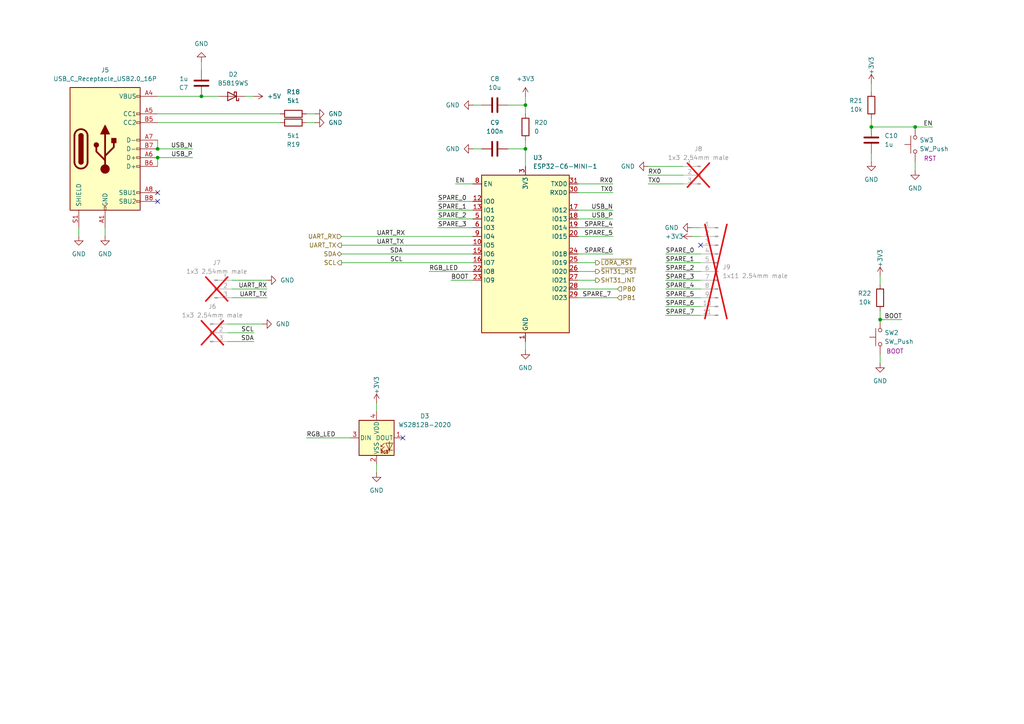
<source format=kicad_sch>
(kicad_sch (version 20231120) (generator "eeschema") (generator_version "8.0")
  (paper "A4")
  (lib_symbols
    (symbol "Connector:Conn_01x03_Pin" (pin_names (offset 1.016) hide)
      (property "Reference" "J" (at 0 5.08 0))
      (property "Value" "Conn_01x03_Pin" (at 0 -5.08 0))
      (symbol "Conn_01x03_Pin_1_1"
        (polyline (pts (xy 1.27 -2.54) (xy 0.8636 -2.54)) (stroke (width 0.1524)))
        (polyline (pts (xy 1.27 0) (xy 0.8636 0)) (stroke (width 0.1524)))
        (polyline (pts (xy 1.27 2.54) (xy 0.8636 2.54)) (stroke (width 0.1524)))
        (rectangle (start 0.8636 -2.413) (end 0 -2.667) (stroke (width 0.1524)) (fill (type outline)))
        (rectangle (start 0.8636 0.127) (end 0 -0.127) (stroke (width 0.1524)) (fill (type outline)))
        (rectangle (start 0.8636 2.667) (end 0 2.413) (stroke (width 0.1524)) (fill (type outline)))
        (pin passive line (at 5.08 2.54 180) (length 3.81) (name "Pin_1") (number "1"))
        (pin passive line (at 5.08 0 180) (length 3.81) (name "Pin_2") (number "2"))
        (pin passive line (at 5.08 -2.54 180) (length 3.81) (name "Pin_3") (number "3"))
      )
    )
    (symbol "Connector:Conn_01x11_Pin" (pin_names (offset 1.016) hide)
      (property "Reference" "J" (at 0 15.24 0))
      (property "Value" "Conn_01x11_Pin" (at 0 -15.24 0))
      (symbol "Conn_01x11_Pin_1_1"
        (polyline (pts (xy 1.27 -12.7) (xy 0.8636 -12.7)) (stroke (width 0.1524)))
        (polyline (pts (xy 1.27 -10.16) (xy 0.8636 -10.16)) (stroke (width 0.1524)))
        (polyline (pts (xy 1.27 -7.62) (xy 0.8636 -7.62)) (stroke (width 0.1524)))
        (polyline (pts (xy 1.27 -5.08) (xy 0.8636 -5.08)) (stroke (width 0.1524)))
        (polyline (pts (xy 1.27 -2.54) (xy 0.8636 -2.54)) (stroke (width 0.1524)))
        (polyline (pts (xy 1.27 0) (xy 0.8636 0)) (stroke (width 0.1524)))
        (polyline (pts (xy 1.27 2.54) (xy 0.8636 2.54)) (stroke (width 0.1524)))
        (polyline (pts (xy 1.27 5.08) (xy 0.8636 5.08)) (stroke (width 0.1524)))
        (polyline (pts (xy 1.27 7.62) (xy 0.8636 7.62)) (stroke (width 0.1524)))
        (polyline (pts (xy 1.27 10.16) (xy 0.8636 10.16)) (stroke (width 0.1524)))
        (polyline (pts (xy 1.27 12.7) (xy 0.8636 12.7)) (stroke (width 0.1524)))
        (rectangle (start 0.8636 -12.573) (end 0 -12.827) (stroke (width 0.1524)) (fill (type outline)))
        (rectangle (start 0.8636 -10.033) (end 0 -10.287) (stroke (width 0.1524)) (fill (type outline)))
        (rectangle (start 0.8636 -7.493) (end 0 -7.747) (stroke (width 0.1524)) (fill (type outline)))
        (rectangle (start 0.8636 -4.953) (end 0 -5.207) (stroke (width 0.1524)) (fill (type outline)))
        (rectangle (start 0.8636 -2.413) (end 0 -2.667) (stroke (width 0.1524)) (fill (type outline)))
        (rectangle (start 0.8636 0.127) (end 0 -0.127) (stroke (width 0.1524)) (fill (type outline)))
        (rectangle (start 0.8636 2.667) (end 0 2.413) (stroke (width 0.1524)) (fill (type outline)))
        (rectangle (start 0.8636 5.207) (end 0 4.953) (stroke (width 0.1524)) (fill (type outline)))
        (rectangle (start 0.8636 7.747) (end 0 7.493) (stroke (width 0.1524)) (fill (type outline)))
        (rectangle (start 0.8636 10.287) (end 0 10.033) (stroke (width 0.1524)) (fill (type outline)))
        (rectangle (start 0.8636 12.827) (end 0 12.573) (stroke (width 0.1524)) (fill (type outline)))
        (pin passive line (at 5.08 12.7 180) (length 3.81) (name "Pin_1") (number "1"))
        (pin passive line (at 5.08 -10.16 180) (length 3.81) (name "Pin_10") (number "10"))
        (pin passive line (at 5.08 -12.7 180) (length 3.81) (name "Pin_11") (number "11"))
        (pin passive line (at 5.08 10.16 180) (length 3.81) (name "Pin_2") (number "2"))
        (pin passive line (at 5.08 7.62 180) (length 3.81) (name "Pin_3") (number "3"))
        (pin passive line (at 5.08 5.08 180) (length 3.81) (name "Pin_4") (number "4"))
        (pin passive line (at 5.08 2.54 180) (length 3.81) (name "Pin_5") (number "5"))
        (pin passive line (at 5.08 0 180) (length 3.81) (name "Pin_6") (number "6"))
        (pin passive line (at 5.08 -2.54 180) (length 3.81) (name "Pin_7") (number "7"))
        (pin passive line (at 5.08 -5.08 180) (length 3.81) (name "Pin_8") (number "8"))
        (pin passive line (at 5.08 -7.62 180) (length 3.81) (name "Pin_9") (number "9"))
      )
    )
    (symbol "Connector:USB_C_Receptacle_USB2.0_16P" (pin_names (offset 1.016))
      (property "Reference" "J" (at 0 22.225 0))
      (property "Value" "USB_C_Receptacle_USB2.0_16P" (at 0 19.685 0))
      (symbol "USB_C_Receptacle_USB2.0_16P_0_0"
        (rectangle (start -0.254 -17.78) (end 0.254 -16.764))
        (rectangle (start 10.16 -14.986) (end 9.144 -15.494))
        (rectangle (start 10.16 -12.446) (end 9.144 -12.954))
        (rectangle (start 10.16 -4.826) (end 9.144 -5.334))
        (rectangle (start 10.16 -2.286) (end 9.144 -2.794))
        (rectangle (start 10.16 0.254) (end 9.144 -0.254))
        (rectangle (start 10.16 2.794) (end 9.144 2.286))
        (rectangle (start 10.16 7.874) (end 9.144 7.366))
        (rectangle (start 10.16 10.414) (end 9.144 9.906))
        (rectangle (start 10.16 15.494) (end 9.144 14.986))
      )
      (symbol "USB_C_Receptacle_USB2.0_16P_0_1"
        (rectangle (start -10.16 17.78) (end 10.16 -17.78) (stroke (width 0.254)) (fill (type background)))
        (arc (start -8.89 -3.81) (mid -6.985 -5.7067) (end -5.08 -3.81) (stroke (width 0.508)))
        (arc (start -7.62 -3.81) (mid -6.985 -4.4423) (end -6.35 -3.81) (stroke (width 0.254)))
        (arc (start -7.62 -3.81) (mid -6.985 -4.4423) (end -6.35 -3.81) (stroke (width 0.254)) (fill (type outline)))
        (rectangle (start -7.62 -3.81) (end -6.35 3.81) (stroke (width 0.254)) (fill (type outline)))
        (arc (start -6.35 3.81) (mid -6.985 4.4423) (end -7.62 3.81) (stroke (width 0.254)))
        (arc (start -6.35 3.81) (mid -6.985 4.4423) (end -7.62 3.81) (stroke (width 0.254)) (fill (type outline)))
        (arc (start -5.08 3.81) (mid -6.985 5.7067) (end -8.89 3.81) (stroke (width 0.508)))
        (circle (center -2.54 1.143) (radius 0.635) (stroke (width 0.254)) (fill (type outline)))
        (circle (center 0 -5.842) (radius 1.27) (fill (type outline)))
        (polyline (pts (xy -8.89 -3.81) (xy -8.89 3.81)) (stroke (width 0.508)))
        (polyline (pts (xy -5.08 3.81) (xy -5.08 -3.81)) (stroke (width 0.508)))
        (polyline (pts (xy 0 -5.842) (xy 0 4.318)) (stroke (width 0.508)))
        (polyline (pts (xy 0 -3.302) (xy -2.54 -0.762) (xy -2.54 0.508)) (stroke (width 0.508)))
        (polyline (pts (xy 0 -2.032) (xy 2.54 0.508) (xy 2.54 1.778)) (stroke (width 0.508)))
        (polyline (pts (xy -1.27 4.318) (xy 0 6.858) (xy 1.27 4.318) (xy -1.27 4.318)) (stroke (width 0.254)) (fill (type outline)))
        (rectangle (start 1.905 1.778) (end 3.175 3.048) (stroke (width 0.254)) (fill (type outline)))
      )
      (symbol "USB_C_Receptacle_USB2.0_16P_1_1"
        (pin passive line (at 0 -22.86 90) (length 5.08) (name "GND") (number "A1"))
        (pin passive line (at 0 -22.86 90) (length 5.08) hide (name "GND") (number "A12"))
        (pin passive line (at 15.24 15.24 180) (length 5.08) (name "VBUS") (number "A4"))
        (pin bidirectional line (at 15.24 10.16 180) (length 5.08) (name "CC1") (number "A5"))
        (pin bidirectional line (at 15.24 -2.54 180) (length 5.08) (name "D+") (number "A6"))
        (pin bidirectional line (at 15.24 2.54 180) (length 5.08) (name "D-") (number "A7"))
        (pin bidirectional line (at 15.24 -12.7 180) (length 5.08) (name "SBU1") (number "A8"))
        (pin passive line (at 15.24 15.24 180) (length 5.08) hide (name "VBUS") (number "A9"))
        (pin passive line (at 0 -22.86 90) (length 5.08) hide (name "GND") (number "B1"))
        (pin passive line (at 0 -22.86 90) (length 5.08) hide (name "GND") (number "B12"))
        (pin passive line (at 15.24 15.24 180) (length 5.08) hide (name "VBUS") (number "B4"))
        (pin bidirectional line (at 15.24 7.62 180) (length 5.08) (name "CC2") (number "B5"))
        (pin bidirectional line (at 15.24 -5.08 180) (length 5.08) (name "D+") (number "B6"))
        (pin bidirectional line (at 15.24 0 180) (length 5.08) (name "D-") (number "B7"))
        (pin bidirectional line (at 15.24 -15.24 180) (length 5.08) (name "SBU2") (number "B8"))
        (pin passive line (at 15.24 15.24 180) (length 5.08) hide (name "VBUS") (number "B9"))
        (pin passive line (at -7.62 -22.86 90) (length 5.08) (name "SHIELD") (number "S1"))
      )
    )
    (symbol "Device:C" (pin_numbers hide) (pin_names (offset 0.254))
      (property "Reference" "C" (at 0.635 2.54 0))
      (property "Value" "C" (at 0.635 -2.54 0))
      (symbol "C_0_1"
        (polyline (pts (xy -2.032 -0.762) (xy 2.032 -0.762)) (stroke (width 0.508)))
        (polyline (pts (xy -2.032 0.762) (xy 2.032 0.762)) (stroke (width 0.508)))
      )
      (symbol "C_1_1"
        (pin passive line (at 0 3.81 270) (length 2.794) (name "~") (number "1"))
        (pin passive line (at 0 -3.81 90) (length 2.794) (name "~") (number "2"))
      )
    )
    (symbol "Device:D_Schottky" (pin_numbers hide) (pin_names (offset 1.016) hide)
      (property "Reference" "D" (at 0 2.54 0))
      (property "Value" "D_Schottky" (at 0 -2.54 0))
      (symbol "D_Schottky_0_1"
        (polyline (pts (xy 1.27 0) (xy -1.27 0)))
        (polyline (pts (xy 1.27 1.27) (xy 1.27 -1.27) (xy -1.27 0) (xy 1.27 1.27)) (stroke (width 0.254)))
        (polyline (pts (xy -1.905 0.635) (xy -1.905 1.27) (xy -1.27 1.27) (xy -1.27 -1.27) (xy -0.635 -1.27) (xy -0.635 -0.635)) (stroke (width 0.254)))
      )
      (symbol "D_Schottky_1_1"
        (pin passive line (at -3.81 0 0) (length 2.54) (name "K") (number "1"))
        (pin passive line (at 3.81 0 180) (length 2.54) (name "A") (number "2"))
      )
    )
    (symbol "Device:R" (pin_numbers hide) (pin_names (offset 0))
      (property "Reference" "R" (at 2.032 0 90))
      (property "Value" "R" (at 0 0 90))
      (symbol "R_0_1"
        (rectangle (start -1.016 -2.54) (end 1.016 2.54) (stroke (width 0.254)))
      )
      (symbol "R_1_1"
        (pin passive line (at 0 3.81 270) (length 1.27) (name "~") (number "1"))
        (pin passive line (at 0 -3.81 90) (length 1.27) (name "~") (number "2"))
      )
    )
    (symbol "LED:WS2812B-2020" (pin_names (offset 0.254))
      (property "Reference" "D" (at 5.08 5.715 0))
      (property "Value" "WS2812B-2020" (at 1.27 -5.715 0))
      (symbol "WS2812B-2020_0_0"
        (text "RGB" (at 2.286 -4.191 0) (effects (font (size 0.762 0.762))))
      )
      (symbol "WS2812B-2020_0_1"
        (polyline (pts (xy 1.27 -3.556) (xy 1.778 -3.556)))
        (polyline (pts (xy 1.27 -2.54) (xy 1.778 -2.54)))
        (polyline (pts (xy 4.699 -3.556) (xy 2.667 -3.556)))
        (polyline (pts (xy 2.286 -2.54) (xy 1.27 -3.556) (xy 1.27 -3.048)))
        (polyline (pts (xy 2.286 -1.524) (xy 1.27 -2.54) (xy 1.27 -2.032)))
        (polyline (pts (xy 3.683 -1.016) (xy 3.683 -3.556) (xy 3.683 -4.064)))
        (polyline (pts (xy 4.699 -1.524) (xy 2.667 -1.524) (xy 3.683 -3.556) (xy 4.699 -1.524)))
        (rectangle (start 5.08 5.08) (end -5.08 -5.08) (stroke (width 0.254)) (fill (type background)))
      )
      (symbol "WS2812B-2020_1_1"
        (pin output line (at 7.62 0 180) (length 2.54) (name "DOUT") (number "1"))
        (pin power_in line (at 0 -7.62 90) (length 2.54) (name "VSS") (number "2"))
        (pin input line (at -7.62 0 0) (length 2.54) (name "DIN") (number "3"))
        (pin power_in line (at 0 7.62 270) (length 2.54) (name "VDD") (number "4"))
      )
    )
    (symbol "RF_Module:ESP32-C6-MINI-1"
      (property "Reference" "U" (at -11.43 24.13 0))
      (property "Value" "ESP32-C6-MINI-1" (at 12.7 24.13 0))
      (symbol "ESP32-C6-MINI-1_0_1"
        (rectangle (start -12.7 22.86) (end 12.7 -22.86) (stroke (width 0.254)) (fill (type background)))
      )
      (symbol "ESP32-C6-MINI-1_1_1"
        (pin power_in line (at 0 -25.4 90) (length 2.54) (name "GND") (number "1"))
        (pin bidirectional line (at -15.24 2.54 0) (length 2.54) (name "IO5") (number "10"))
        (pin passive line (at 0 -25.4 90) (length 2.54) hide (name "GND") (number "11"))
        (pin bidirectional line (at -15.24 15.24 0) (length 2.54) (name "IO0") (number "12"))
        (pin bidirectional line (at -15.24 12.7 0) (length 2.54) (name "IO1") (number "13"))
        (pin passive line (at 0 -25.4 90) (length 2.54) hide (name "GND") (number "14"))
        (pin bidirectional line (at -15.24 0 0) (length 2.54) (name "IO6") (number "15"))
        (pin bidirectional line (at -15.24 -2.54 0) (length 2.54) (name "IO7") (number "16"))
        (pin bidirectional line (at 15.24 12.7 180) (length 2.54) (name "IO12") (number "17"))
        (pin bidirectional line (at 15.24 10.16 180) (length 2.54) (name "IO13") (number "18"))
        (pin bidirectional line (at 15.24 7.62 180) (length 2.54) (name "IO14") (number "19"))
        (pin passive line (at 0 -25.4 90) (length 2.54) hide (name "GND") (number "2"))
        (pin bidirectional line (at 15.24 5.08 180) (length 2.54) (name "IO15") (number "20"))
        (pin no_connect line (at 12.7 -20.32 180) (length 2.54) hide (name "NC") (number "21"))
        (pin bidirectional line (at -15.24 -5.08 0) (length 2.54) (name "IO8") (number "22"))
        (pin bidirectional line (at -15.24 -7.62 0) (length 2.54) (name "IO9") (number "23"))
        (pin bidirectional line (at 15.24 0 180) (length 2.54) (name "IO18") (number "24"))
        (pin bidirectional line (at 15.24 -2.54 180) (length 2.54) (name "IO19") (number "25"))
        (pin bidirectional line (at 15.24 -5.08 180) (length 2.54) (name "IO20") (number "26"))
        (pin bidirectional line (at 15.24 -7.62 180) (length 2.54) (name "IO21") (number "27"))
        (pin bidirectional line (at 15.24 -10.16 180) (length 2.54) (name "IO22") (number "28"))
        (pin bidirectional line (at 15.24 -12.7 180) (length 2.54) (name "IO23") (number "29"))
        (pin power_in line (at 0 25.4 270) (length 2.54) (name "3V3") (number "3"))
        (pin bidirectional line (at 15.24 17.78 180) (length 2.54) (name "RXD0") (number "30"))
        (pin bidirectional line (at 15.24 20.32 180) (length 2.54) (name "TXD0") (number "31"))
        (pin no_connect line (at -12.7 -12.7 0) (length 2.54) hide (name "NC") (number "32"))
        (pin no_connect line (at -12.7 -15.24 0) (length 2.54) hide (name "NC") (number "33"))
        (pin no_connect line (at -12.7 -17.78 0) (length 2.54) hide (name "NC") (number "34"))
        (pin no_connect line (at -12.7 -20.32 0) (length 2.54) hide (name "NC") (number "35"))
        (pin passive line (at 0 -25.4 90) (length 2.54) hide (name "GND") (number "36"))
        (pin passive line (at 0 -25.4 90) (length 2.54) hide (name "GND") (number "37"))
        (pin passive line (at 0 -25.4 90) (length 2.54) hide (name "GND") (number "38"))
        (pin passive line (at 0 -25.4 90) (length 2.54) hide (name "GND") (number "39"))
        (pin no_connect line (at 12.7 -15.24 180) (length 2.54) hide (name "NC") (number "4"))
        (pin passive line (at 0 -25.4 90) (length 2.54) hide (name "GND") (number "40"))
        (pin passive line (at 0 -25.4 90) (length 2.54) hide (name "GND") (number "41"))
        (pin passive line (at 0 -25.4 90) (length 2.54) hide (name "GND") (number "42"))
        (pin passive line (at 0 -25.4 90) (length 2.54) hide (name "GND") (number "43"))
        (pin passive line (at 0 -25.4 90) (length 2.54) hide (name "GND") (number "44"))
        (pin passive line (at 0 -25.4 90) (length 2.54) hide (name "GND") (number "45"))
        (pin passive line (at 0 -25.4 90) (length 2.54) hide (name "GND") (number "46"))
        (pin passive line (at 0 -25.4 90) (length 2.54) hide (name "GND") (number "47"))
        (pin passive line (at 0 -25.4 90) (length 2.54) hide (name "GND") (number "48"))
        (pin passive line (at 0 -25.4 90) (length 2.54) hide (name "GND") (number "49"))
        (pin bidirectional line (at -15.24 10.16 0) (length 2.54) (name "IO2") (number "5"))
        (pin passive line (at 0 -25.4 90) (length 2.54) hide (name "GND") (number "50"))
        (pin passive line (at 0 -25.4 90) (length 2.54) hide (name "GND") (number "51"))
        (pin passive line (at 0 -25.4 90) (length 2.54) hide (name "GND") (number "52"))
        (pin passive line (at 0 -25.4 90) (length 2.54) hide (name "GND") (number "53"))
        (pin bidirectional line (at -15.24 7.62 0) (length 2.54) (name "IO3") (number "6"))
        (pin no_connect line (at 12.7 -17.78 180) (length 2.54) hide (name "NC") (number "7"))
        (pin input line (at -15.24 20.32 0) (length 2.54) (name "EN") (number "8"))
        (pin bidirectional line (at -15.24 5.08 0) (length 2.54) (name "IO4") (number "9"))
      )
    )
    (symbol "Switch:SW_Push" (pin_numbers hide) (pin_names (offset 1.016) hide)
      (property "Reference" "SW" (at 1.27 2.54 0))
      (property "Value" "SW_Push" (at 0 -1.524 0))
      (symbol "SW_Push_0_1"
        (circle (center -2.032 0) (radius 0.508))
        (polyline (pts (xy 0 1.27) (xy 0 3.048)))
        (polyline (pts (xy 2.54 1.27) (xy -2.54 1.27)))
        (circle (center 2.032 0) (radius 0.508))
        (pin passive line (at -5.08 0 0) (length 2.54) (name "1") (number "1"))
        (pin passive line (at 5.08 0 180) (length 2.54) (name "2") (number "2"))
      )
    )
    (symbol "power:+3V3" (power) (pin_numbers hide) (pin_names (offset 0) hide)
      (property "Value" "+3V3" (at 0 3.556 0))
      (symbol "+3V3_0_1"
        (polyline (pts (xy -0.762 1.27) (xy 0 2.54)))
        (polyline (pts (xy 0 0) (xy 0 2.54)))
        (polyline (pts (xy 0 2.54) (xy 0.762 1.27)))
      )
      (symbol "+3V3_1_1"
        (pin power_in line (at 0 0 90) (length 0) (name "~") (number "1"))
      )
    )
    (symbol "power:+5V" (power) (pin_numbers hide) (pin_names (offset 0) hide)
      (property "Value" "+5V" (at 0 3.556 0))
      (symbol "+5V_0_1"
        (polyline (pts (xy -0.762 1.27) (xy 0 2.54)))
        (polyline (pts (xy 0 0) (xy 0 2.54)))
        (polyline (pts (xy 0 2.54) (xy 0.762 1.27)))
      )
      (symbol "+5V_1_1"
        (pin power_in line (at 0 0 90) (length 0) (name "~") (number "1"))
      )
    )
    (symbol "power:GND" (power) (pin_numbers hide) (pin_names (offset 0) hide)
      (property "Value" "GND" (at 0 -3.81 0))
      (symbol "GND_0_1"
        (polyline (pts (xy 0 0) (xy 0 -1.27) (xy 1.27 -1.27) (xy 0 -2.54) (xy -1.27 -1.27) (xy 0 -1.27)))
      )
      (symbol "GND_1_1"
        (pin power_in line (at 0 0 270) (length 0) (name "~") (number "1"))
      )
    )
  )
  (junction (at 58.42 27.94))
  (junction (at 265.43 36.83))
  (junction (at 252.73 36.83))
  (junction (at 152.4 30.48))
  (junction (at 255.27 92.71))
  (junction (at 45.72 45.72))
  (junction (at 45.72 43.18))
  (junction (at 152.4 43.18))
  (no_connect (at 116.84 127))
  (no_connect (at 45.72 58.42))
  (no_connect (at 45.72 55.88))
  (no_connect (at 203.2 71.12))
  (wire (pts (xy 270.51 36.83) (xy 265.43 36.83)))
  (wire (pts (xy 22.86 66.04) (xy 22.86 68.58)))
  (wire (pts (xy 137.16 81.28) (xy 130.81 81.28)))
  (wire (pts (xy 99.06 68.58) (xy 137.16 68.58)))
  (wire (pts (xy 152.4 43.18) (xy 152.4 48.26)))
  (wire (pts (xy 193.04 81.28) (xy 203.2 81.28)))
  (wire (pts (xy 109.22 119.38) (xy 109.22 116.84)))
  (wire (pts (xy 193.04 91.44) (xy 203.2 91.44)))
  (wire (pts (xy 77.47 81.28) (xy 67.31 81.28)))
  (wire (pts (xy 76.2 93.98) (xy 66.04 93.98)))
  (wire (pts (xy 167.64 78.74) (xy 172.72 78.74)))
  (wire (pts (xy 58.42 20.32) (xy 58.42 17.78)))
  (wire (pts (xy 172.72 81.28) (xy 167.64 81.28)))
  (wire (pts (xy 255.27 90.17) (xy 255.27 92.71)))
  (wire (pts (xy 193.04 88.9) (xy 203.2 88.9)))
  (wire (pts (xy 187.96 48.26) (xy 198.12 48.26)))
  (wire (pts (xy 88.9 35.56) (xy 91.44 35.56)))
  (wire (pts (xy 200.66 66.04) (xy 203.2 66.04)))
  (wire (pts (xy 187.96 53.34) (xy 198.12 53.34)))
  (wire (pts (xy 71.12 27.94) (xy 73.66 27.94)))
  (wire (pts (xy 167.64 83.82) (xy 179.07 83.82)))
  (wire (pts (xy 255.27 102.87) (xy 255.27 105.41)))
  (wire (pts (xy 193.04 83.82) (xy 203.2 83.82)))
  (wire (pts (xy 255.27 92.71) (xy 261.62 92.71)))
  (wire (pts (xy 193.04 76.2) (xy 203.2 76.2)))
  (wire (pts (xy 147.32 43.18) (xy 152.4 43.18)))
  (wire (pts (xy 167.64 76.2) (xy 172.72 76.2)))
  (wire (pts (xy 127 66.04) (xy 137.16 66.04)))
  (wire (pts (xy 177.8 66.04) (xy 167.64 66.04)))
  (wire (pts (xy 99.06 71.12) (xy 137.16 71.12)))
  (wire (pts (xy 152.4 40.64) (xy 152.4 43.18)))
  (wire (pts (xy 127 63.5) (xy 137.16 63.5)))
  (wire (pts (xy 137.16 43.18) (xy 139.7 43.18)))
  (wire (pts (xy 73.66 99.06) (xy 66.04 99.06)))
  (wire (pts (xy 127 60.96) (xy 137.16 60.96)))
  (wire (pts (xy 193.04 73.66) (xy 203.2 73.66)))
  (wire (pts (xy 167.64 86.36) (xy 179.07 86.36)))
  (wire (pts (xy 127 58.42) (xy 137.16 58.42)))
  (wire (pts (xy 45.72 45.72) (xy 45.72 48.26)))
  (wire (pts (xy 193.04 78.74) (xy 203.2 78.74)))
  (wire (pts (xy 45.72 27.94) (xy 58.42 27.94)))
  (wire (pts (xy 167.64 53.34) (xy 177.8 53.34)))
  (wire (pts (xy 167.64 63.5) (xy 177.8 63.5)))
  (wire (pts (xy 252.73 26.67) (xy 252.73 24.13)))
  (wire (pts (xy 45.72 40.64) (xy 45.72 43.18)))
  (wire (pts (xy 152.4 27.94) (xy 152.4 30.48)))
  (wire (pts (xy 45.72 33.02) (xy 81.28 33.02)))
  (wire (pts (xy 88.9 127) (xy 101.6 127)))
  (wire (pts (xy 177.8 73.66) (xy 167.64 73.66)))
  (wire (pts (xy 132.08 53.34) (xy 137.16 53.34)))
  (wire (pts (xy 45.72 43.18) (xy 55.88 43.18)))
  (wire (pts (xy 147.32 30.48) (xy 152.4 30.48)))
  (wire (pts (xy 152.4 99.06) (xy 152.4 101.6)))
  (wire (pts (xy 88.9 33.02) (xy 91.44 33.02)))
  (wire (pts (xy 124.46 78.74) (xy 137.16 78.74)))
  (wire (pts (xy 152.4 30.48) (xy 152.4 33.02)))
  (wire (pts (xy 67.31 86.36) (xy 77.47 86.36)))
  (wire (pts (xy 198.12 50.8) (xy 187.96 50.8)))
  (wire (pts (xy 109.22 134.62) (xy 109.22 137.16)))
  (wire (pts (xy 255.27 82.55) (xy 255.27 80.01)))
  (wire (pts (xy 137.16 30.48) (xy 139.7 30.48)))
  (wire (pts (xy 252.73 36.83) (xy 265.43 36.83)))
  (wire (pts (xy 67.31 83.82) (xy 77.47 83.82)))
  (wire (pts (xy 265.43 46.99) (xy 265.43 49.53)))
  (wire (pts (xy 193.04 86.36) (xy 203.2 86.36)))
  (wire (pts (xy 203.2 68.58) (xy 200.66 68.58)))
  (wire (pts (xy 177.8 68.58) (xy 167.64 68.58)))
  (wire (pts (xy 252.73 34.29) (xy 252.73 36.83)))
  (wire (pts (xy 99.06 76.2) (xy 137.16 76.2)))
  (wire (pts (xy 252.73 44.45) (xy 252.73 46.99)))
  (wire (pts (xy 167.64 60.96) (xy 177.8 60.96)))
  (wire (pts (xy 177.8 55.88) (xy 167.64 55.88)))
  (wire (pts (xy 73.66 96.52) (xy 66.04 96.52)))
  (wire (pts (xy 58.42 27.94) (xy 63.5 27.94)))
  (wire (pts (xy 45.72 35.56) (xy 81.28 35.56)))
  (wire (pts (xy 30.48 66.04) (xy 30.48 68.58)))
  (wire (pts (xy 45.72 45.72) (xy 55.88 45.72)))
  (wire (pts (xy 99.06 73.66) (xy 137.16 73.66)))
  (label "SPARE_2" (at 127 63.5 0))
  (label "SPARE_5" (at 193.04 86.36 0))
  (label "SCL" (at 116.84 76.2 180))
  (label "USB_N" (at 177.8 60.96 180))
  (label "SPARE_7" (at 193.04 91.44 0))
  (label "TX0" (at 187.96 53.34 0))
  (label "BOOT" (at 130.81 81.28 0))
  (label "USB_P" (at 55.88 45.72 180))
  (label "SPARE_0" (at 193.04 73.66 0))
  (label "EN" (at 270.51 36.83 180))
  (label "SPARE_5" (at 177.8 68.58 180))
  (label "RX0" (at 187.96 50.8 0))
  (label "UART_TX" (at 77.47 86.36 180))
  (label "SPARE_0" (at 127 58.42 0))
  (label "RX0" (at 177.8 53.34 180))
  (label "SDA" (at 116.84 73.66 180))
  (label "SCL" (at 73.66 96.52 180))
  (label "UART_RX" (at 109.22 68.58 0))
  (label "SPARE_4" (at 177.8 66.04 180))
  (label "SPARE_3" (at 127 66.04 0))
  (label "SDA" (at 73.66 99.06 180))
  (label "TX0" (at 177.8 55.88 180))
  (label "SPARE_3" (at 193.04 81.28 0))
  (label "SPARE_6" (at 193.04 88.9 0))
  (label "SPARE_6" (at 177.8 73.66 180))
  (label "SPARE_1" (at 127 60.96 0))
  (label "EN" (at 132.08 53.34 0))
  (label "BOOT" (at 261.62 92.71 180))
  (label "SPARE_2" (at 193.04 78.74 0))
  (label "USB_N" (at 55.88 43.18 180))
  (label "UART_RX" (at 77.47 83.82 180))
  (label "SPARE_7" (at 168.91 86.36 0))
  (label "SPARE_4" (at 193.04 83.82 0))
  (label "SPARE_1" (at 193.04 76.2 0))
  (label "RGB_LED" (at 124.46 78.74 0))
  (label "RGB_LED" (at 88.9 127 0))
  (label "USB_P" (at 177.8 63.5 180))
  (label "UART_TX" (at 109.22 71.12 0))
  (hierarchical_label "~{SHT31_RST}" (shape output) (at 172.72 78.74 0))
  (hierarchical_label "PB1" (shape input) (at 179.07 86.36 0))
  (hierarchical_label "PB0" (shape input) (at 179.07 83.82 0))
  (hierarchical_label "~{LORA_RST}" (shape output) (at 172.72 76.2 0))
  (hierarchical_label "SHT31_INT" (shape output) (at 172.72 81.28 0))
  (hierarchical_label "SDA" (shape bidirectional) (at 99.06 73.66 180))
  (hierarchical_label "UART_TX" (shape output) (at 99.06 71.12 180))
  (hierarchical_label "SCL" (shape output) (at 99.06 76.2 180))
  (hierarchical_label "UART_RX" (shape input) (at 99.06 68.58 180))
  (symbol (lib_id "Device:C") (at 252.73 40.64 0) (unit 1)
    (property "Reference" "C10" (at 256.54 39.3699 0) (effects (justify left)))
    (property "Value" "1u" (at 256.54 41.9099 0) (effects (justify left)))
    (property "Footprint" "Capacitor_SMD:C_0805_2012Metric" (effects (hide yes)))
    (property "Description" "Unpolarized capacitor" (effects (hide yes)))
    (property "JLCPCB Part #" "C24123" (effects (hide yes)))
    (property "MFR.Part #" "CL21B105KOFNNNE" (effects (hide yes)))
  )
  (symbol (lib_id "power:GND") (at 187.96 48.26 270) (mirror x) (unit 1)
    (property "Reference" "#PWR040" (effects (hide yes)))
    (property "Value" "GND" (at 184.15 48.2601 90) (effects (justify right)))
    (property "Description" "Power symbol creates a global label with name \"GND\" , ground" (effects (hide yes)))
  )
  (symbol (lib_id "power:GND") (at 137.16 43.18 270) (unit 1)
    (property "Reference" "#PWR037" (effects (hide yes)))
    (property "Value" "GND" (at 133.35 43.1799 90) (effects (justify right)))
    (property "Description" "Power symbol creates a global label with name \"GND\" , ground" (effects (hide yes)))
  )
  (symbol (lib_id "power:GND") (at 22.86 68.58 0) (unit 1)
    (property "Reference" "#PWR026" (effects (hide yes)))
    (property "Value" "GND" (at 22.86 73.66 0))
    (property "Description" "Power symbol creates a global label with name \"GND\" , ground" (effects (hide yes)))
  )
  (symbol (lib_id "Device:R") (at 85.09 35.56 270) (unit 1)
    (property "Reference" "R19" (at 85.09 41.91 90))
    (property "Value" "5k1" (at 85.09 39.37 90))
    (property "Footprint" "Resistor_SMD:R_0805_2012Metric" (effects (hide yes)))
    (property "Description" "Resistor" (effects (hide yes)))
    (property "JLCPCB Part #" "C27834" (effects (hide yes)))
    (property "MFR.Part #" "C27834" (effects (hide yes)))
  )
  (symbol (lib_id "power:GND") (at 77.47 81.28 90) (unit 1)
    (property "Reference" "#PWR031" (effects (hide yes)))
    (property "Value" "GND" (at 81.28 81.2801 90) (effects (justify right)))
    (property "Description" "Power symbol creates a global label with name \"GND\" , ground" (effects (hide yes)))
  )
  (symbol (lib_id "power:GND") (at 109.22 137.16 0) (unit 1)
    (property "Reference" "#PWR035" (effects (hide yes)))
    (property "Value" "GND" (at 109.22 142.24 0))
    (property "Description" "Power symbol creates a global label with name \"GND\" , ground" (effects (hide yes)))
  )
  (symbol (lib_id "Device:D_Schottky") (at 67.31 27.94 180) (unit 1)
    (property "Reference" "D2" (at 67.6275 21.59 0))
    (property "Value" "B5819WS" (at 67.6275 24.13 0))
    (property "Footprint" "Diode_SMD:D_SOD-323" (effects (hide yes)))
    (property "Description" "Schottky diode" (effects (hide yes)))
    (property "JLCPCB Part #" "C22624" (effects (hide yes)))
    (property "MFR.Part #" "B5819WS" (effects (hide yes)))
  )
  (symbol (lib_id "power:+3V3") (at 200.66 68.58 90) (unit 1)
    (property "Reference" "#PWR042" (effects (hide yes)))
    (property "Value" "+3V3" (at 195.58 68.58 90))
    (property "Description" "Power symbol creates a global label with name \"+3V3\"" (effects (hide yes)))
  )
  (symbol (lib_id "Device:C") (at 143.51 30.48 90) (unit 1)
    (property "Reference" "C8" (at 143.51 22.86 90))
    (property "Value" "10u" (at 143.51 25.4 90))
    (property "Footprint" "Capacitor_SMD:C_0805_2012Metric" (effects (hide yes)))
    (property "Description" "Unpolarized capacitor" (effects (hide yes)))
    (property "JLCPCB Part #" "C15850" (effects (hide yes)))
    (property "MFR.Part #" "CL21A106KAYNNNE" (effects (hide yes)))
  )
  (symbol (lib_id "Switch:SW_Push") (at 265.43 41.91 90) (unit 1)
    (property "Reference" "SW3" (at 266.7 40.6399 90) (effects (justify right)))
    (property "Value" "SW_Push" (at 266.7 43.1799 90) (effects (justify right)))
    (property "Footprint" "Local:SW-SMD_4P-L6.0-W6.0-P4.50-LS9.2" (effects (hide yes)))
    (property "Description" "Push button switch, generic, two pins" (effects (hide yes)))
    (property "Comment" "RST" (at 269.748 45.974 90))
    (property "JLCPCB Part #" "C19191552" (effects (hide yes)))
    (property "MFR.Part #" "TPS645-5NC60" (effects (hide yes)))
  )
  (symbol (lib_id "power:GND") (at 137.16 30.48 270) (unit 1)
    (property "Reference" "#PWR036" (effects (hide yes)))
    (property "Value" "GND" (at 133.35 30.4799 90) (effects (justify right)))
    (property "Description" "Power symbol creates a global label with name \"GND\" , ground" (effects (hide yes)))
  )
  (symbol (lib_id "LED:WS2812B-2020") (at 109.22 127 0) (unit 1)
    (property "Reference" "D3" (at 123.19 120.6814 0))
    (property "Value" "WS2812B-2020" (at 123.19 123.2214 0))
    (property "Footprint" "LED_SMD:LED_WS2812B-2020_PLCC4_2.0x2.0mm" (effects (hide yes)))
    (property "Datasheet" "https://cdn-shop.adafruit.com/product-files/4684/4684_WS2812B-2020_V1.3_EN.pdf" (effects (hide yes)))
    (property "Description" "RGB LED with integrated controller, 2.0 x 2.0 mm, 12 mA" (effects (hide yes)))
    (property "JLCPCB Part #" "C965555" (effects (hide yes)))
    (property "MFR.Part #" "WS2812B-2020" (effects (hide yes)))
  )
  (symbol (lib_id "power:GND") (at 255.27 105.41 0) (unit 1)
    (property "Reference" "#PWR046" (effects (hide yes)))
    (property "Value" "GND" (at 255.27 110.49 0))
    (property "Description" "Power symbol creates a global label with name \"GND\" , ground" (effects (hide yes)))
  )
  (symbol (lib_id "Device:R") (at 152.4 36.83 0) (unit 1)
    (property "Reference" "R20" (at 154.94 35.5599 0) (effects (justify left)))
    (property "Value" "0" (at 154.94 38.0999 0) (effects (justify left)))
    (property "Footprint" "Resistor_SMD:R_0805_2012Metric" (effects (hide yes)))
    (property "Description" "Resistor" (effects (hide yes)))
    (property "JLCPCB Part #" "C17477" (effects (hide yes)))
    (property "MFR.Part #" "0805W8F0000T5E" (effects (hide yes)))
  )
  (symbol (lib_id "power:+3V3") (at 252.73 24.13 0) (unit 1)
    (property "Reference" "#PWR043" (effects (hide yes)))
    (property "Value" "+3V3" (at 252.73 19.05 90))
    (property "Description" "Power symbol creates a global label with name \"+3V3\"" (effects (hide yes)))
  )
  (symbol (lib_id "RF_Module:ESP32-C6-MINI-1") (at 152.4 73.66 0) (unit 1)
    (property "Reference" "U3" (at 154.5941 45.72 0) (effects (justify left)))
    (property "Value" "ESP32-C6-MINI-1" (at 154.5941 48.26 0) (effects (justify left)))
    (property "Footprint" "RF_Module:ESP32-C6-MINI-1" (effects (hide yes)))
    (property "Datasheet" "https://www.espressif.com/sites/default/files/documentation/esp32-c6-mini-1_mini-1u_datasheet_en.pdf" (effects (hide yes)))
    (property "Description" "RF Module, ESP32-C6 SoC, Wi-Fi 802.11b/g/n/ax, Bluetooth, BLE, Zigbee, Thread, 32-bit, 3.3V, SMD, onboard antenna" (effects (hide yes)))
    (property "JLCPCB Part #" "C5736265" (effects (hide yes)))
    (property "MFR.Part #" "ESP32-C6-MINI-1-N4" (effects (hide yes)))
  )
  (symbol (lib_id "Device:C") (at 143.51 43.18 90) (unit 1)
    (property "Reference" "C9" (at 143.51 35.56 90))
    (property "Value" "100n" (at 143.51 38.1 90))
    (property "Footprint" "Capacitor_SMD:C_0805_2012Metric" (effects (hide yes)))
    (property "Description" "Unpolarized capacitor" (effects (hide yes)))
    (property "JLCPCB Part #" "C29926" (effects (hide yes)))
    (property "MFR.Part #" "0805B104J500NT" (effects (hide yes)))
  )
  (symbol (lib_id "Connector:Conn_01x11_Pin") (at 208.28 78.74 0) (mirror y) (unit 1) (dnp yes)
    (property "Reference" "J9" (at 209.55 77.4699 0) (effects (justify right)))
    (property "Value" "1x11 2.54mm male" (at 209.55 80.0099 0) (effects (justify right)))
    (property "Footprint" "Connector_PinHeader_2.54mm:PinHeader_1x11_P2.54mm_Vertical" (effects (hide yes)))
    (property "Description" "Generic connector, single row, 01x11, script generated" (effects (hide yes)))
  )
  (symbol (lib_id "power:GND") (at 91.44 33.02 90) (unit 1)
    (property "Reference" "#PWR032" (effects (hide yes)))
    (property "Value" "GND" (at 95.25 33.0199 90) (effects (justify right)))
    (property "Description" "Power symbol creates a global label with name \"GND\" , ground" (effects (hide yes)))
  )
  (symbol (lib_id "power:GND") (at 265.43 49.53 0) (unit 1)
    (property "Reference" "#PWR047" (effects (hide yes)))
    (property "Value" "GND" (at 265.43 54.61 0))
    (property "Description" "Power symbol creates a global label with name \"GND\" , ground" (effects (hide yes)))
  )
  (symbol (lib_id "Connector:Conn_01x03_Pin") (at 62.23 83.82 0) (unit 1) (dnp yes)
    (property "Reference" "J7" (at 62.865 76.2 0))
    (property "Value" "1x3 2.54mm male" (at 62.865 78.74 0))
    (property "Footprint" "Connector_PinHeader_2.54mm:PinHeader_1x03_P2.54mm_Vertical" (effects (hide yes)))
    (property "Description" "Generic connector, single row, 01x03, script generated" (effects (hide yes)))
  )
  (symbol (lib_id "Connector:USB_C_Receptacle_USB2.0_16P") (at 30.48 43.18 0) (unit 1)
    (property "Reference" "J5" (at 30.48 20.32 0))
    (property "Value" "USB_C_Receptacle_USB2.0_16P" (at 30.48 22.86 0))
    (property "Footprint" "Connector_USB:USB_C_Receptacle_G-Switch_GT-USB-7010ASV" (effects (hide yes)))
    (property "Datasheet" "https://www.usb.org/sites/default/files/documents/usb_type-c.zip" (effects (hide yes)))
    (property "Description" "USB 2.0-only 16P Type-C Receptacle connector" (effects (hide yes)))
    (property "JLCPCB Part #" "C393939" (effects (hide yes)))
    (property "MFR.Part #" "TYPE-C16PIN" (effects (hide yes)))
  )
  (symbol (lib_id "power:+5V") (at 73.66 27.94 270) (unit 1)
    (property "Reference" "#PWR029" (effects (hide yes)))
    (property "Value" "+5V" (at 77.47 27.9399 90) (effects (justify left)))
    (property "Description" "Power symbol creates a global label with name \"+5V\"" (effects (hide yes)))
  )
  (symbol (lib_id "Device:C") (at 58.42 24.13 180) (unit 1)
    (property "Reference" "C7" (at 54.61 25.4001 0) (effects (justify left)))
    (property "Value" "1u" (at 54.61 22.8601 0) (effects (justify left)))
    (property "Footprint" "Capacitor_SMD:C_0805_2012Metric" (effects (hide yes)))
    (property "Description" "Unpolarized capacitor" (effects (hide yes)))
    (property "JLCPCB Part #" "C24123" (effects (hide yes)))
    (property "MFR.Part #" "CL21B105KOFNNNE" (effects (hide yes)))
  )
  (symbol (lib_id "power:GND") (at 30.48 68.58 0) (unit 1)
    (property "Reference" "#PWR027" (effects (hide yes)))
    (property "Value" "GND" (at 30.48 73.66 0))
    (property "Description" "Power symbol creates a global label with name \"GND\" , ground" (effects (hide yes)))
  )
  (symbol (lib_id "power:GND") (at 152.4 101.6 0) (unit 1)
    (property "Reference" "#PWR039" (effects (hide yes)))
    (property "Value" "GND" (at 152.4 106.68 0))
    (property "Description" "Power symbol creates a global label with name \"GND\" , ground" (effects (hide yes)))
  )
  (symbol (lib_id "power:GND") (at 91.44 35.56 90) (mirror x) (unit 1)
    (property "Reference" "#PWR033" (effects (hide yes)))
    (property "Value" "GND" (at 95.25 35.5601 90) (effects (justify right)))
    (property "Description" "Power symbol creates a global label with name \"GND\" , ground" (effects (hide yes)))
  )
  (symbol (lib_id "power:GND") (at 252.73 46.99 0) (unit 1)
    (property "Reference" "#PWR044" (effects (hide yes)))
    (property "Value" "GND" (at 252.73 52.07 0))
    (property "Description" "Power symbol creates a global label with name \"GND\" , ground" (effects (hide yes)))
  )
  (symbol (lib_id "Switch:SW_Push") (at 255.27 97.79 90) (unit 1)
    (property "Reference" "SW2" (at 256.54 96.5199 90) (effects (justify right)))
    (property "Value" "SW_Push" (at 256.54 99.0599 90) (effects (justify right)))
    (property "Footprint" "Local:SW-SMD_4P-L6.0-W6.0-P4.50-LS9.2" (effects (hide yes)))
    (property "Description" "Push button switch, generic, two pins" (effects (hide yes)))
    (property "Comment" "BOOT" (at 259.588 101.854 90))
    (property "JLCPCB Part #" "C19191552" (effects (hide yes)))
    (property "MFR.Part #" "TPS645-5NC60" (effects (hide yes)))
  )
  (symbol (lib_id "Device:R") (at 85.09 33.02 270) (mirror x) (unit 1)
    (property "Reference" "R18" (at 85.09 26.67 90))
    (property "Value" "5k1" (at 85.09 29.21 90))
    (property "Footprint" "Resistor_SMD:R_0805_2012Metric" (effects (hide yes)))
    (property "Description" "Resistor" (effects (hide yes)))
    (property "JLCPCB Part #" "C27834" (effects (hide yes)))
    (property "MFR.Part #" "C27834" (effects (hide yes)))
  )
  (symbol (lib_id "Device:R") (at 252.73 30.48 0) (mirror x) (unit 1)
    (property "Reference" "R21" (at 250.19 29.2099 0) (effects (justify right)))
    (property "Value" "10k" (at 250.19 31.7499 0) (effects (justify right)))
    (property "Footprint" "Resistor_SMD:R_0805_2012Metric" (effects (hide yes)))
    (property "Description" "Resistor" (effects (hide yes)))
    (property "JLCPCB Part #" "C84376" (effects (hide yes)))
    (property "MFR.Part #" "RC0805FR-0710KL" (effects (hide yes)))
  )
  (symbol (lib_id "power:GND") (at 58.42 17.78 180) (unit 1)
    (property "Reference" "#PWR028" (effects (hide yes)))
    (property "Value" "GND" (at 58.42 12.7 0))
    (property "Description" "Power symbol creates a global label with name \"GND\" , ground" (effects (hide yes)))
  )
  (symbol (lib_id "Connector:Conn_01x03_Pin") (at 60.96 96.52 0) (unit 1) (dnp yes)
    (property "Reference" "J6" (at 61.595 88.9 0))
    (property "Value" "1x3 2.54mm male" (at 61.595 91.44 0))
    (property "Footprint" "Connector_PinHeader_2.54mm:PinHeader_1x03_P2.54mm_Vertical" (effects (hide yes)))
    (property "Description" "Generic connector, single row, 01x03, script generated" (effects (hide yes)))
  )
  (symbol (lib_id "Connector:Conn_01x03_Pin") (at 203.2 50.8 0) (mirror y) (unit 1) (dnp yes)
    (property "Reference" "J8" (at 202.565 43.18 0))
    (property "Value" "1x3 2.54mm male" (at 202.565 45.72 0))
    (property "Footprint" "Connector_PinHeader_2.54mm:PinHeader_1x03_P2.54mm_Vertical" (effects (hide yes)))
    (property "Description" "Generic connector, single row, 01x03, script generated" (effects (hide yes)))
  )
  (symbol (lib_id "power:+3V3") (at 109.22 116.84 0) (unit 1)
    (property "Reference" "#PWR034" (effects (hide yes)))
    (property "Value" "+3V3" (at 109.22 111.76 90))
    (property "Description" "Power symbol creates a global label with name \"+3V3\"" (effects (hide yes)))
  )
  (symbol (lib_id "power:+3V3") (at 152.4 27.94 0) (unit 1)
    (property "Reference" "#PWR038" (effects (hide yes)))
    (property "Value" "+3V3" (at 152.4 22.86 0))
    (property "Description" "Power symbol creates a global label with name \"+3V3\"" (effects (hide yes)))
  )
  (symbol (lib_id "Device:R") (at 255.27 86.36 0) (mirror x) (unit 1)
    (property "Reference" "R22" (at 252.73 85.0899 0) (effects (justify right)))
    (property "Value" "10k" (at 252.73 87.6299 0) (effects (justify right)))
    (property "Footprint" "Resistor_SMD:R_0805_2012Metric" (effects (hide yes)))
    (property "Description" "Resistor" (effects (hide yes)))
    (property "JLCPCB Part #" "C84376" (effects (hide yes)))
    (property "MFR.Part #" "RC0805FR-0710KL" (effects (hide yes)))
  )
  (symbol (lib_id "power:+3V3") (at 255.27 80.01 0) (unit 1)
    (property "Reference" "#PWR045" (effects (hide yes)))
    (property "Value" "+3V3" (at 255.27 74.93 90))
    (property "Description" "Power symbol creates a global label with name \"+3V3\"" (effects (hide yes)))
  )
  (symbol (lib_id "power:GND") (at 76.2 93.98 90) (mirror x) (unit 1)
    (property "Reference" "#PWR030" (effects (hide yes)))
    (property "Value" "GND" (at 80.01 93.9799 90) (effects (justify right)))
    (property "Description" "Power symbol creates a global label with name \"GND\" , ground" (effects (hide yes)))
  )
  (symbol (lib_id "power:GND") (at 200.66 66.04 270) (unit 1)
    (property "Reference" "#PWR041" (effects (hide yes)))
    (property "Value" "GND" (at 196.85 66.0399 90) (effects (justify right)))
    (property "Description" "Power symbol creates a global label with name \"GND\" , ground" (effects (hide yes)))
  )
)
</source>
